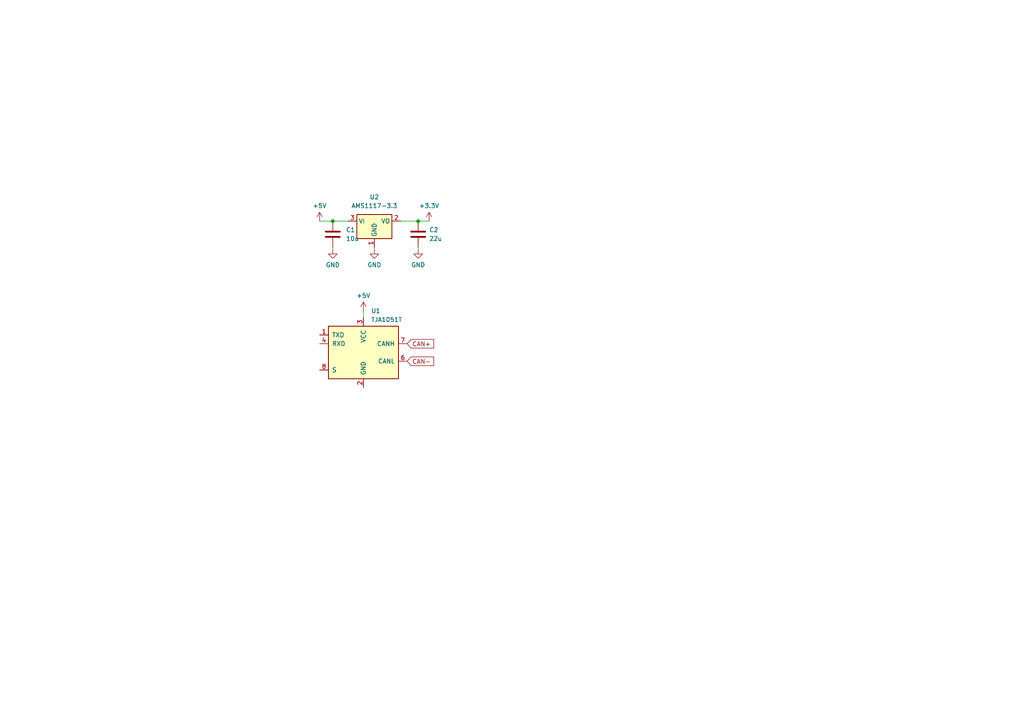
<source format=kicad_sch>
(kicad_sch (version 20230121) (generator eeschema)
  (paper "A4")
  (lib_symbols
    (symbol "Device:C" (pin_numbers hide) (pin_names (offset 0.254))
      (property "Reference" "C" (at 0.635 2.54 0))
      (property "Value" "C" (at 0.635 -2.54 0))
      (symbol "C_0_1"
        (polyline (pts (xy -2.032 -0.762) (xy 2.032 -0.762)) (stroke (width 0.508)))
        (polyline (pts (xy -2.032 0.762) (xy 2.032 0.762)) (stroke (width 0.508)))
      )
      (symbol "C_1_1"
        (pin passive line (at 0 3.81 270) (length 2.794) (name "~") (number "1"))
        (pin passive line (at 0 -3.81 90) (length 2.794) (name "~") (number "2"))
      )
    )
    (symbol "Interface_CAN_LIN:TJA1051T" (pin_names (offset 1.016))
      (property "Reference" "U" (at -10.16 8.89 0))
      (property "Value" "TJA1051T" (at 1.27 8.89 0))
      (symbol "TJA1051T_0_1"
        (rectangle (start -10.16 7.62) (end 10.16 -7.62) (stroke (width 0.254)) (fill (type background)))
      )
      (symbol "TJA1051T_1_1"
        (pin input line (at -12.7 5.08 0) (length 2.54) (name "TXD") (number "1"))
        (pin power_in line (at 0 -10.16 90) (length 2.54) (name "GND") (number "2"))
        (pin power_in line (at 0 10.16 270) (length 2.54) (name "VCC") (number "3"))
        (pin output line (at -12.7 2.54 0) (length 2.54) (name "RXD") (number "4"))
        (pin no_connect line (at -10.16 -2.54 0) (length 2.54) hide (name "NC") (number "5"))
        (pin bidirectional line (at 12.7 -2.54 180) (length 2.54) (name "CANL") (number "6"))
        (pin bidirectional line (at 12.7 2.54 180) (length 2.54) (name "CANH") (number "7"))
        (pin input line (at -12.7 -5.08 0) (length 2.54) (name "S") (number "8"))
      )
    )
    (symbol "Regulator_Linear:AMS1117-3.3"
      (property "Reference" "U" (at -3.81 3.175 0))
      (property "Value" "AMS1117-3.3" (at 0 3.175 0))
      (symbol "AMS1117-3.3_0_1"
        (rectangle (start -5.08 -5.08) (end 5.08 1.905) (stroke (width 0.254)) (fill (type background)))
      )
      (symbol "AMS1117-3.3_1_1"
        (pin power_in line (at 0 -7.62 90) (length 2.54) (name "GND") (number "1"))
        (pin power_out line (at 7.62 0 180) (length 2.54) (name "VO") (number "2"))
        (pin power_in line (at -7.62 0 0) (length 2.54) (name "VI") (number "3"))
      )
    )
    (symbol "power:+3.3V" (power) (pin_names (offset 0))
      (property "Value" "+3.3V" (at 0 3.556 0))
      (symbol "+3.3V_0_1"
        (polyline (pts (xy -0.762 1.27) (xy 0 2.54)))
        (polyline (pts (xy 0 0) (xy 0 2.54)))
        (polyline (pts (xy 0 2.54) (xy 0.762 1.27)))
      )
      (symbol "+3.3V_1_1"
        (pin power_in line (at 0 0 90) (length 0) hide (name "+3.3V") (number "1"))
      )
    )
    (symbol "power:+5V" (power) (pin_names (offset 0))
      (property "Value" "+5V" (at 0 3.556 0))
      (symbol "+5V_0_1"
        (polyline (pts (xy -0.762 1.27) (xy 0 2.54)))
        (polyline (pts (xy 0 0) (xy 0 2.54)))
        (polyline (pts (xy 0 2.54) (xy 0.762 1.27)))
      )
      (symbol "+5V_1_1"
        (pin power_in line (at 0 0 90) (length 0) hide (name "+5V") (number "1"))
      )
    )
    (symbol "power:GND" (power) (pin_names (offset 0))
      (property "Value" "GND" (at 0 -3.81 0))
      (symbol "GND_0_1"
        (polyline (pts (xy 0 0) (xy 0 -1.27) (xy 1.27 -1.27) (xy 0 -2.54) (xy -1.27 -1.27) (xy 0 -1.27)))
      )
      (symbol "GND_1_1"
        (pin power_in line (at 0 0 270) (length 0) hide (name "GND") (number "1"))
      )
    )
  )
  (junction (at 96.52 64.135))
  (junction (at 121.285 64.135))
  (wire (pts (xy 121.285 64.135) (xy 124.46 64.135)))
  (wire (pts (xy 96.52 72.39) (xy 96.52 71.755)))
  (wire (pts (xy 108.585 71.755) (xy 108.585 72.39)))
  (wire (pts (xy 96.52 64.135) (xy 100.965 64.135)))
  (wire (pts (xy 121.285 72.39) (xy 121.285 71.755)))
  (wire (pts (xy 105.41 90.17) (xy 105.41 92.075)))
  (wire (pts (xy 92.71 64.135) (xy 96.52 64.135)))
  (wire (pts (xy 116.205 64.135) (xy 121.285 64.135)))
  (global_label "CAN-" (shape input) (at 118.11 104.775 0) (property "Intersheetrefs" "${INTERSHEET_REFS}" (effects hide)))
  (global_label "CAN+" (shape input) (at 118.11 99.695 0) (property "Intersheetrefs" "${INTERSHEET_REFS}" (effects hide)))
  (symbol (lib_id "Device:C") (at 121.285 67.945 0) (unit 1)
    (property "Reference" "C2" (at 124.46 66.675 0) (effects (justify left)))
    (property "Value" "22u" (at 124.46 69.215 0) (effects (justify left)))
  )
  (symbol (lib_id "power:GND") (at 96.52 72.39 0) (unit 1)
    (property "Reference" "#PWR01" (effects hide))
    (property "Value" "GND" (at 96.52 76.835 0))
  )
  (symbol (lib_id "Device:C") (at 96.52 67.945 0) (unit 1)
    (property "Reference" "C1" (at 100.33 66.675 0) (effects (justify left)))
    (property "Value" "10u" (at 100.33 69.215 0) (effects (justify left)))
  )
  (symbol (lib_id "Regulator_Linear:AMS1117-3.3") (at 108.585 64.135 0) (unit 1)
    (property "Reference" "U2" (at 108.585 57.15 0))
    (property "Value" "AMS1117-3.3" (at 108.585 59.69 0))
    (property "Footprint" "Package_TO_SOT_SMD:SOT-223-3_TabPin2" (effects hide))
    (property "Datasheet" "http://www.advanced-monolithic.com/pdf/ds1117.pdf" (effects hide))
  )
  (symbol (lib_id "power:GND") (at 121.285 72.39 0) (unit 1)
    (property "Reference" "#PWR02" (effects hide))
    (property "Value" "GND" (at 121.285 76.835 0))
  )
  (symbol (lib_id "power:+5V") (at 92.71 64.135 0) (unit 1)
    (property "Reference" "#PWR03" (effects hide))
    (property "Value" "+5V" (at 92.71 59.69 0))
  )
  (symbol (lib_id "power:+3.3V") (at 124.46 64.135 0) (unit 1)
    (property "Reference" "#PWR04" (effects hide))
    (property "Value" "+3.3V" (at 124.46 59.69 0))
  )
  (symbol (lib_id "power:+5V") (at 105.41 90.17 0) (unit 1)
    (property "Reference" "#PWR06" (effects hide))
    (property "Value" "+5V" (at 105.41 85.725 0))
  )
  (symbol (lib_id "power:GND") (at 108.585 72.39 0) (unit 1)
    (property "Reference" "#PWR05" (effects hide))
    (property "Value" "GND" (at 108.585 76.835 0))
  )
  (symbol (lib_id "Interface_CAN_LIN:TJA1051T") (at 105.41 102.235 0) (unit 1)
    (property "Reference" "U1" (at 107.6041 90.17 0) (effects (justify left)))
    (property "Value" "TJA1051T" (at 107.6041 92.71 0) (effects (justify left)))
    (property "Footprint" "Package_SO:SOIC-8_3.9x4.9mm_P1.27mm" (effects hide))
    (property "Datasheet" "http://www.nxp.com/docs/en/data-sheet/TJA1051.pdf" (effects hide))
  )
)
</source>
